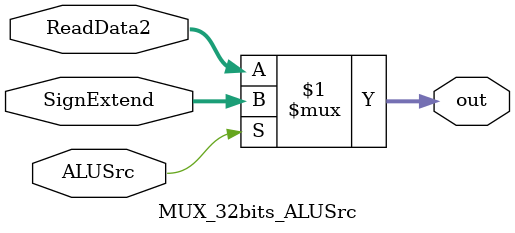
<source format=v>
module MUX_32bits_ALUSrc(
    input wire[31:0] ReadData2, 
    input wire[31:0] SignExtend, 
    input wire ALUSrc,
    output wire[31:0] out
);

assign out = ALUSrc ? SignExtend : ReadData2;

endmodule  
</source>
